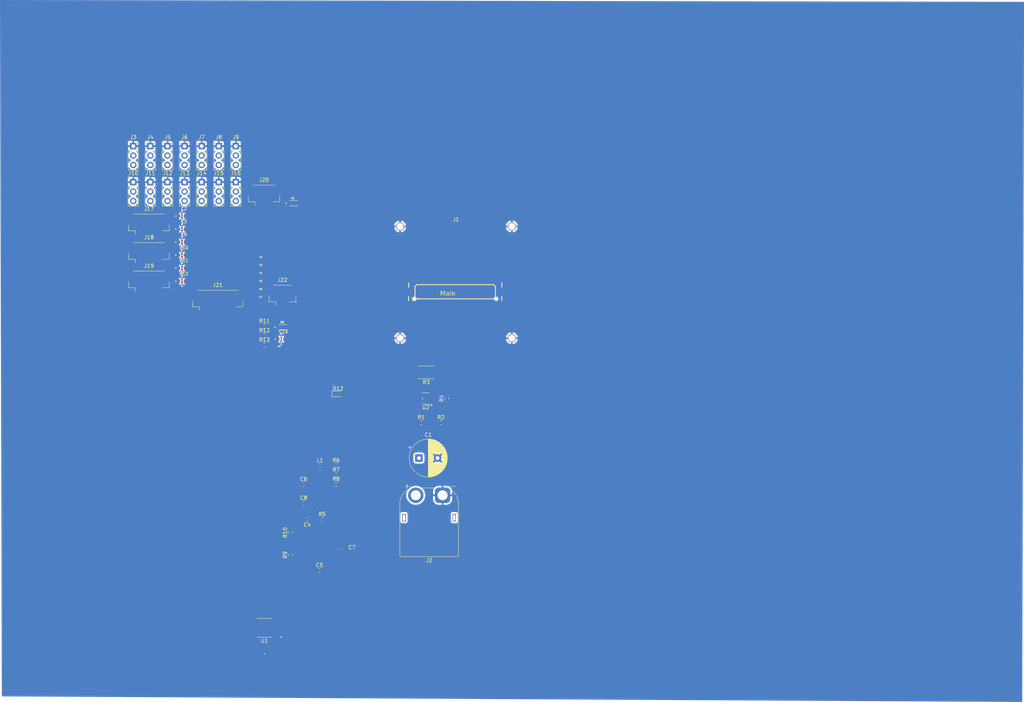
<source format=kicad_pcb>
(kicad_pcb (version 20241229) (generator "pcbnew") (generator_version "9.0")
  (layers (0 "F.Cu" signal) (2 "B.Cu" signal) (13 "F.Paste" user) (15 "B.Paste" user) (5 "F.SilkS" user "F.Silkscreen") (7 "B.SilkS" user "B.Silkscreen") (1 "F.Mask" user) (3 "B.Mask" user) (25 "Edge.Cuts" user))
  (property "DRAWNBY" "Philip Rowse")
  (net 0 "")
  (net 1 "GND")
  (net 2 "Net-(J2-+)")
  (net 3 "/VDD_SERVO_IN")
  (net 4 "Net-(D1-K)")
  (net 5 "+BATT")
  (net 6 "Net-(D3-A2)")
  (net 7 "Net-(C4-Pad1)")
  (net 8 "Net-(U1-COMP)")
  (net 9 "Net-(U1-SS)")
  (net 10 "Net-(D12-K)")
  (net 11 "Net-(U1-BST)")
  (net 12 "Net-(D4-A2)")
  (net 13 "Net-(D5-A2)")
  (net 14 "Net-(D6-A2)")
  (net 15 "Net-(D7-A2)")
  (net 16 "/80_Pin/VDD_5V_IN_PROT")
  (net 17 "Net-(D8-K)")
  (net 18 "/I2C_1_SDA")
  (net 19 "/80_Pin/ALARM")
  (net 20 "/80_Pin/IO_CH3_PROT")
  (net 21 "/80_Pin/OTG_DM1")
  (net 22 "/80_Pin/PRESSURE_SENS_IN")
  (net 23 "/SERIAL2_RX")
  (net 24 "/I2C_2_SCL")
  (net 25 "/80_Pin/VBUS_VALID")
  (net 26 "/SAFETY")
  (net 27 "/80_Pin/SPI_EXT_SCK")
  (net 28 "/80_Pin/VDD_5V_PERIPH_EN")
  (net 29 "/80_Pin/FMU_SWDIO")
  (net 30 "/80_Pin/IO_USART_1_TX")
  (net 31 "/80_Pin/IO_CH1_PROT")
  (net 32 "/SERIAL4_TX")
  (net 33 "/80_Pin/IO_VDD_3V3")
  (net 34 "/SERIAL2_TX")
  (net 35 "/80_Pin/PPM_SBUS_PROT")
  (net 36 "/80_Pin/IO_CH5_PROT")
  (net 37 "/80_Pin/FMU_CH6_PROT")
  (net 38 "/80_Pin/IO_CH8_PROT")
  (net 39 "/80_Pin/EVIL_CAN_L_3")
  (net 40 "/BATT_SERVO_A_MEAS")
  (net 41 "/SERIAL2_RTS")
  (net 42 "/80_Pin/FMU_!RESET")
  (net 43 "/I2C_2_SDA")
  (net 44 "/SERIAL1_RTS")
  (net 45 "/80_Pin/OTG_DP1")
  (net 46 "/BATT_SERVO_V_MEAS")
  (net 47 "/80_Pin/VDD_5V_HIPOWER_OC")
  (net 48 "/BATT_MOT_A_MEAS")
  (net 49 "/80_Pin/IO_!RESET")
  (net 50 "/80_Pin/IO_VDD_5V5")
  (net 51 "/80_Pin/IO_CH7_PROT")
  (net 52 "/80_Pin/EXTERN_DRDY")
  (net 53 "/SERIAL1_TX")
  (net 54 "/80_Pin/CAN_H_1")
  (net 55 "/SERIAL1_CTS")
  (net 56 "/80_Pin/FMU_SWCLK")
  (net 57 "/80_Pin/FMU_CH2_PROT")
  (net 58 "/80_Pin/IO_CH6_PROT")
  (net 59 "/SERIAL5_TX")
  (net 60 "/80_Pin/IO_SWDIO")
  (net 61 "/SERIAL3_RX")
  (net 62 "/SERIAL3_TX")
  (net 63 "/80_Pin/VBUS")
  (net 64 "/80_Pin/CAN_L_1")
  (net 65 "/80_Pin/FMU_CH3_PROT")
  (net 66 "/80_Pin/VDD_BRICK_VALID")
  (net 67 "/80_Pin/IO_SWCLK")
  (net 68 "/80_Pin/CAN_L_2")
  (net 69 "/SERIAL1_RX")
  (net 70 "/80_Pin/FMU_CH1_PROT")
  (net 71 "/80_Pin/SPI_EXT_MOSI")
  (net 72 "/I2C_1_SCL")
  (net 73 "/80_Pin/FMU_CH4_PROT")
  (net 74 "/80_Pin/S.BUS_OUT")
  (net 75 "/SERIAL5_RX")
  (net 76 "/BATT_MOT_V_MEAS")
  (net 77 "/~{IO-LED_SAFET_PROT}")
  (net 78 "/80_Pin/SPI_EXT_MISO")
  (net 79 "/80_Pin/IO_CH2_PROT")
  (net 80 "/80_Pin/CAN_H_2")
  (net 81 "/80_Pin/IO_CH4_PROT")
  (net 82 "/80_Pin/VDD_3V3_SPEKTRUM_EN")
  (net 83 "/80_Pin/EVIL_CAN_H_3")
  (net 84 "/80_Pin/IO_USART1_RX_SPECTRUM_DSM")
  (net 85 "/80_Pin/FMU_LED_AMBER")
  (net 86 "/80_Pin/EXTERN_CS")
  (net 87 "/SERIAL2_CTS")
  (net 88 "/80_Pin/FMU_CH5_PROT")
  (net 89 "Net-(U1-FSW)")
  (net 90 "Net-(U1-FB)")
  (net 91 "Net-(U1-EN)")
  (net 92 "+5V_PERIPH")
  (net 93 "/SERIAL4_RX")
  (footprint "Capacitor_SMD:C_0603_1608Metric_Pad1.08x0.95mm_HandSolder" (layer "F.Cu") (at 102 157.5 -90)
    (property "Reference" "C7")
    (property "Value" "100n")
  )
  (footprint "Connector_PinHeader_2.54mm:PinHeader_1x03_P2.54mm_Vertical" (layer "F.Cu") (at 60.06 58.9)
    (property "Reference" "J13")
    (property "Value" "Conn_01x03_Pin")
  )
  (footprint "Connector_JST:JST_GH_BM03B-GHS-TBT_1x03-1MP_P1.25mm_Vertical" (layer "F.Cu") (at 86.35 89.2)
    (property "Reference" "J22")
    (property "Value" "Conn_01x03")
  )
  (footprint "Connector_PinHeader_2.54mm:PinHeader_1x03_P2.54mm_Vertical" (layer "F.Cu") (at 50.88 58.9)
    (property "Reference" "J11")
    (property "Value" "Conn_01x03_Pin")
  )
  (footprint "PART_Footprints:FIL_NFM18PC104R1C3D" (layer "F.Cu") (at 59.355 82.025)
    (property "Reference" "C11")
    (property "Value" "NFM18PC104R1C3D")
  )
  (footprint "Resistor_SMD:R_0603_1608Metric_Pad0.98x0.95mm_HandSolder" (layer "F.Cu") (at 100.755 137.575)
    (property "Reference" "R7")
    (property "Value" "52.3k")
  )
  (footprint "Resistor_SMD:R_0603_1608Metric_Pad0.98x0.95mm_HandSolder" (layer "F.Cu") (at 128.9125 123.5)
    (property "Reference" "R2")
    (property "Value" "82K")
  )
  (footprint "PART_Footprints:FIL_NFM18PC104R1C3D" (layer "F.Cu") (at 59.355 68.025)
    (property "Reference" "C2")
    (property "Value" "NFM18PC104R1C3D")
  )
  (footprint "PART_Footprints:FIL_NFM18PC104R1C3D" (layer "F.Cu") (at 59.355 71.525)
    (property "Reference" "C3")
    (property "Value" "NFM18PC104R1C3D")
  )
  (footprint "PART_Footprints:PESD0402-140" (layer "F.Cu") (at 80.25 86.35)
    (property "Reference" "D5")
    (property "Value" "PESD0402-140")
  )
  (footprint "Resistor_SMD:R_0603_1608Metric_Pad0.98x0.95mm_HandSolder" (layer "F.Cu") (at 97 149.5)
    (property "Reference" "R5")
    (property "Value" "43.6k")
  )
  (footprint "Connector_PinHeader_2.54mm:PinHeader_1x03_P2.54mm_Vertical" (layer "F.Cu") (at 64.65 49.23)
    (property "Reference" "J7")
    (property "Value" "Conn_01x03_Pin")
  )
  (footprint "PART_Footprints:PESD0402-140" (layer "F.Cu") (at 80.25 82.05)
    (property "Reference" "D3")
    (property "Value" "PESD0402-140")
  )
  (footprint "Connector_PinHeader_2.54mm:PinHeader_1x03_P2.54mm_Vertical" (layer "F.Cu") (at 73.83 49.23)
    (property "Reference" "J9")
    (property "Value" "Conn_01x03_Pin")
  )
  (footprint "PART_Footprints:FIL_NFM18PC104R1C3D" (layer "F.Cu") (at 59.355 85.525)
    (property "Reference" "C12")
    (property "Value" "NFM18PC104R1C3D")
  )
  (footprint "Connector_PinHeader_2.54mm:PinHeader_1x03_P2.54mm_Vertical" (layer "F.Cu") (at 50.88 49.23)
    (property "Reference" "J4")
    (property "Value" "Conn_01x03_Pin")
  )
  (footprint "Capacitor_SMD:C_0603_1608Metric_Pad1.08x0.95mm_HandSolder" (layer "F.Cu") (at 92.055 145.105)
    (property "Reference" "C8")
    (property "Value" "10u")
  )
  (footprint "Connector_PinHeader_2.54mm:PinHeader_1x03_P2.54mm_Vertical" (layer "F.Cu") (at 69.24 49.23)
    (property "Reference" "J8")
    (property "Value" "Conn_01x03_Pin")
  )
  (footprint "Resistor_SMD:R_0603_1608Metric_Pad0.98x0.95mm_HandSolder" (layer "F.Cu") (at 100.755 135.065)
    (property "Reference" "R6")
    (property "Value" "46.6k")
  )
  (footprint "Resistor_SMD:R_0603_1608Metric_Pad0.98x0.95mm_HandSolder" (layer "F.Cu") (at 130.5 117 90)
    (property "Reference" "R4")
    (property "Value" "75k")
  )
  (footprint "PART_Footprints:MSS1P4-M3_89A" (layer "F.Cu") (at 86.395 97.85)
    (property "Reference" "D8")
    (property "Value" "MSS1P4-M3")
  )
  (footprint "Connector_PinHeader_2.54mm:PinHeader_1x03_P2.54mm_Vertical" (layer "F.Cu") (at 73.83 58.9)
    (property "Reference" "J16")
    (property "Value" "Conn_01x03_Pin")
  )
  (footprint "PART_Footprints:PESD0402-140" (layer "F.Cu") (at 80.25 84.2)
    (property "Reference" "D4")
    (property "Value" "PESD0402-140")
  )
  (footprint "Resistor_SMD:R_0603_1608Metric_Pad0.98x0.95mm_HandSolder" (layer "F.Cu") (at 88.5 153 90)
    (property "Reference" "R10")
    (property "Value" "50k")
  )
  (footprint "Connector_JST:JST_GH_BM06B-GHS-TBT_1x06-1MP_P1.25mm_Vertical" (layer "F.Cu") (at 50.5 77.75)
    (property "Reference" "J18")
    (property "Value" "Conn_01x06_MountingPin")
  )
  (footprint "Connector_JST:JST_GH_BM06B-GHS-TBT_1x06-1MP_P1.25mm_Vertical" (layer "F.Cu") (at 50.5 70.1)
    (property "Reference" "J17")
    (property "Value" "Conn_01x06_MountingPin")
  )
  (footprint "Diode_SMD:D_0603_1608Metric_Pad1.05x0.95mm_HandSolder" (layer "F.Cu") (at 101.26 115.765)
    (property "Reference" "D12")
    (property "Value" "V7N3103")
  )
  (footprint "Capacitor_SMD:C_0603_1608Metric_Pad1.08x0.95mm_HandSolder" (layer "F.Cu") (at 96.3 163.2)
    (property "Reference" "C5")
    (property "Value" "10u")
  )
  (footprint "Connector_JST:JST_GH_BM06B-GHS-TBT_1x06-1MP_P1.25mm_Vertical" (layer "F.Cu") (at 50.5 85.4)
    (property "Reference" "J19")
    (property "Value" "Conn_01x06_MountingPin")
  )
  (footprint "PART_Footprints:PESD0402-140" (layer "F.Cu") (at 80.25 88.5)
    (property "Reference" "D6")
    (property "Value" "PESD0402-140")
  )
  (footprint "PART_Footprints:PESD0402-140" (layer "F.Cu") (at 85.17 103.9)
    (property "Reference" "D9")
    (property "Value" "PESD0402-140")
  )
  (footprint "Resistor_SMD:R_0603_1608Metric_Pad0.98x0.95mm_HandSolder" (layer "F.Cu") (at 81.52 100.14)
    (property "Reference" "R12")
    (property "Value" "100k")
  )
  (footprint "PART_Footprints:MSS1P4-M3_89A" (layer "F.Cu") (at 89.335 64.58)
    (property "Reference" "D1")
    (property "Value" "MSS1P4-M3")
  )
  (footprint "AltiumImportLib:CON-DF17-80M" (layer "F.Cu") (at 132.7314 88.35)
    (property "Reference" "J1")
    (property "Value" "Cube80Pin")
  )
  (footprint "Resistor_SMD:R_0603_1608Metric_Pad0.98x0.95mm_HandSolder" (layer "F.Cu") (at 88.5 159 90)
    (property "Reference" "R9")
    (property "Value" "50k")
  )
  (footprint "Connector_PinHeader_2.54mm:PinHeader_1x03_P2.54mm_Vertical" (layer "F.Cu") (at 60.06 49.23)
    (property "Reference" "J6")
    (property "Value" "Conn_01x03_Pin")
  )
  (footprint "Resistor_SMD:R_2512_6332Metric_Pad1.40x3.35mm_HandSolder" (layer "F.Cu") (at 124.95 110 180)
    (property "Reference" "R3")
    (property "Value" "0.01")
  )
  (footprint "Connector_PinHeader_2.54mm:PinHeader_1x03_P2.54mm_Vertical" (layer "F.Cu") (at 69.24 58.9)
    (property "Reference" "J15")
    (property "Value" "Conn_01x03_Pin")
  )
  (footprint "Capacitor_SMD:C_0603_1608Metric_Pad1.08x0.95mm_HandSolder" (layer "F.Cu") (at 92.055 140.085)
    (property "Reference" "C6")
    (property "Value" "850p")
  )
  (footprint "PART_Footprints:SOP127P600X170-9N" (layer "F.Cu") (at 81.525 178.595 180)
    (property "Reference" "U1")
    (property "Value" "AOZ1284PI")
  )
  (footprint "Connector_PinHeader_2.54mm:PinHeader_1x03_P2.54mm_Vertical" (layer "F.Cu") (at 46.29 49.23)
    (property "Reference" "J3")
    (property "Value" "Conn_01x03_Pin")
  )
  (footprint "Capacitor_SMD:C_0603_1608Metric_Pad1.08x0.95mm_HandSolder" (layer "F.Cu") (at 93 149.5 180)
    (property "Reference" "C4")
    (property "Value" "3n")
  )
  (footprint "Resistor_SMD:R_0603_1608Metric_Pad0.98x0.95mm_HandSolder" (layer "F.Cu") (at 81.52 102.65)
    (property "Reference" "R13")
    (property "Value" "100k")
  )
  (footprint "PART_Footprints:FIL_NFM18PC104R1C3D" (layer "F.Cu") (at 86.045 101.075)
    (property "Reference" "C13")
    (property "Value" "NFM18PC104R1C3D")
  )
  (footprint "Connector_PinHeader_2.54mm:PinHeader_1x03_P2.54mm_Vertical" (layer "F.Cu") (at 46.29 58.9)
    (property "Reference" "J10")
    (property "Value" "Conn_01x03_Pin")
  )
  (footprint "Connector_PinHeader_2.54mm:PinHeader_1x03_P2.54mm_Vertical" (layer "F.Cu") (at 64.65 58.9)
    (property "Reference" "J14")
    (property "Value" "Conn_01x03_Pin")
  )
  (footprint "Inductor_SMD:L_0603_1608Metric_Pad1.05x0.95mm_HandSolder" (layer "F.Cu") (at 96.405 135.065)
    (property "Reference" "L1")
    (property "Value" "22u")
  )
  (footprint "Package_TO_SOT_SMD:SOT-23-5" (layer "F.Cu") (at 124.8625 117 180)
    (property "Reference" "U2")
    (property "Value" "INA138")
  )
  (footprint "PART_Footprints:FIL_NFM18PC104R1C3D" (layer "F.Cu") (at 59.355 75.025)
    (property "Reference" "C9")
    (property "Value" "NFM18PC104R1C3D")
  )
  (footprint "PART_Footprints:PESD0402-140" (layer "F.Cu") (at 80.25 79.9)
    (property "Reference" "D2")
    (property "Value" "PESD0402-140")
  )
  (footprint "Resistor_SMD:R_0603_1608Metric_Pad0.98x0.95mm_HandSolder" (layer "F.Cu") (at 81.52 97.63)
    (property "Reference" "R11")
    (property "Value" "100k")
  )
  (footprint "Capacitor_THT:CP_Radial_D10.0mm_P5.00mm" (layer "F.Cu") (at 123 133)
    (property "Reference" "C1")
    (property "Value" "470u")
  )
  (footprint "Connector_AMASS:AMASS_XT60PW-M_1x02_P7.20mm_Horizontal" (layer "F.Cu") (at 129.35 143 180)
    (property "Reference" "J2")
    (property "Value" "XT60")
  )
  (footprint "Connector_PinHeader_2.54mm:PinHeader_1x03_P2.54mm_Vertical" (layer "F.Cu") (at 55.47 58.9)
    (property "Reference" "J12")
    (property "Value" "Conn_01x03_Pin")
  )
  (footprint "Connector_PinHeader_2.54mm:PinHeader_1x03_P2.54mm_Vertical" (layer "F.Cu") (at 55.47 49.23)
    (property "Reference" "J5")
    (property "Value" "Conn_01x03_Pin")
  )
  (footprint "PART_Footprints:PESD0402-140" (layer "F.Cu") (at 80.25 90.65)
    (property "Reference" "D7")
    (property "Value" "PESD0402-140")
  )
  (footprint "Connector_JST:JST_GH_BM08B-GHS-TBT_1x08-1MP_P1.25mm_Vertical" (layer "F.Cu") (at 68.98 90.55)
    (property "Reference" "J21")
    (property "Value" "Conn_01x08_MountingPin")
  )
  (footprint "Resistor_SMD:R_0603_1608Metric_Pad0.98x0.95mm_HandSolder" (layer "F.Cu") (at 100.755 140.085)
    (property "Reference" "R8")
    (property "Value" "10k")
  )
  (footprint "Resistor_SMD:R_0603_1608Metric_Pad0.98x0.95mm_HandSolder" (layer "F.Cu") (at 123.5875 123.5)
    (property "Reference" "R1")
    (property "Value" "47K")
  )
  (footprint "Connector_JST:JST_GH_BM04B-GHS-TBT_1x04-1MP_P1.25mm_Vertical" (layer "F.Cu") (at 81.38 62.31)
    (property "Reference" "J20")
    (property "Value" "Conn_01x04_MountingPin")
  )
  (footprint "PART_Footprints:FIL_NFM18PC104R1C3D" (layer "F.Cu") (at 59.355 78.525)
    (property "Reference" "C10")
    (property "Value" "NFM18PC104R1C3D")
  )
  (gr_line (start 81.5 172.5) (end 69 172.5) (stroke (width 0.2)) (layer "F.Cu") (net 5))
  (gr_line (start 69 172.5) (end 59 172.5) (stroke (width 0.2)) (layer "F.Cu") (net 5))
  (segment (start 81.5 185.5) (end 88.5 185.5) (width 0.2) (layer "F.Cu") (net 1))
  (segment (start 88.5 178) (end 88.46 177.96) (width 0.2) (layer "F.Cu") (net 1))
  (segment (start 88.46 177.96) (end 84 177.96) (width 0.2) (layer "F.Cu") (net 1))
  (segment (start 88.5 185.5) (end 88.5 178) (width 0.2) (layer "F.Cu") (net 1))
  (via (at 81.5 185.5) (size 0.6) (drill 0.3) (layers "F.Cu" "B.Cu") (net 1))
  (segment (start 81.5 172.5) (end 81.5 173) (width 0.2) (layer "F.Cu") (net 5))
  (segment (start 81.525 173.025) (end 81.525 178.595) (width 0.2) (layer "F.Cu") (net 5))
  (segment (start 81.5 173) (end 81.525 173.025) (width 0.2) (layer "F.Cu") (net 5))
  (segment (start 88.6825 157.905) (end 88.5 158.0875) (width 0.2) (layer "F.Cu") (net 91))
  (zone (net 1) (net_name "GND") (layer "B.Cu") (connect_pads (clearance 0.5)) (min_thickness 0.25) (fill yes (thermal_gap 0.5) (thermal_bridge_width 0.5))
    (polygon (pts (xy 10.5 10) (xy 11 197) (xy 285 198.5) (xy 285.5 10.5)))
  )
)
</source>
